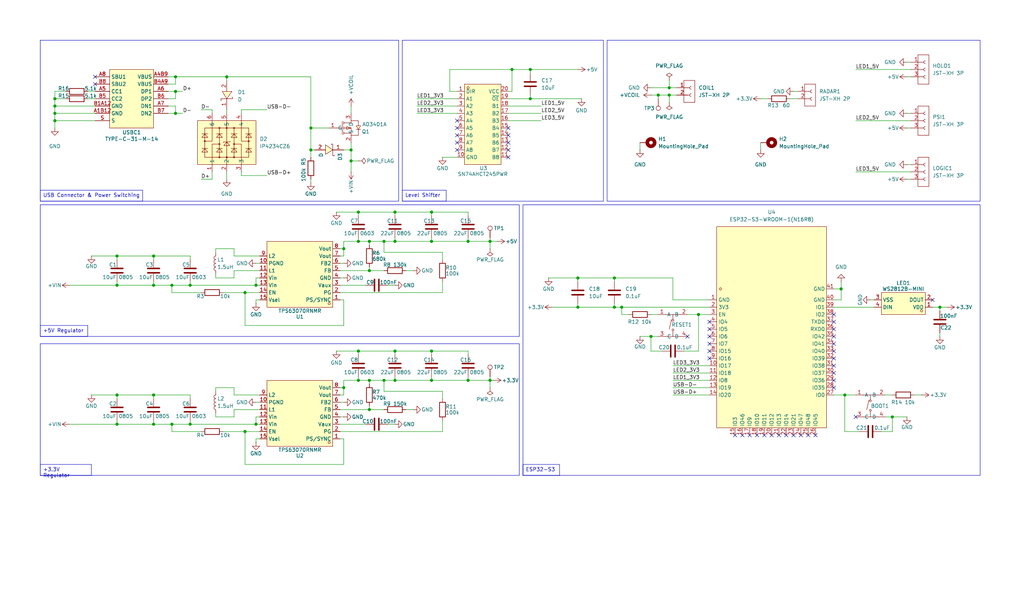
<source format=kicad_sch>
(kicad_sch (version 20231120) (generator "eeschema") (generator_version "8.0")
  (paper "User" 355.6 210.82)
  (title_block (title "BB-8 Head Control Board") (date "2024-08-24") (rev "1.0") (company "jmatt"))
  (lib_symbols
    (symbol "Connector:Conn_01x02_Socket" (pin_names (offset 1.016) hide)
      (property "Reference" "J1" (at 1.27 0.0001 0))
      (property "Value" "Conn_01x02_Socket" (at 1.27 -2.5399 0))
      (symbol "Conn_01x02_Socket_1_1"
        (pin passive line (at -5.08 0 0) (length 3.81) (name "Pin_1") (number "1"))
        (pin passive line (at -5.08 -2.54 0) (length 3.81) (name "Pin_2") (number "2"))
      )
    )
    (symbol "Connector:Conn_01x03_Socket" (pin_names (offset 1.016) hide)
      (property "Reference" "J2" (at 1.27 1.2701 0))
      (property "Value" "Conn_01x03_Socket" (at 1.27 -1.2699 0))
      (symbol "Conn_01x03_Socket_1_1"
        (pin passive line (at -5.08 2.54 0) (length 3.81) (name "Pin_1") (number "1"))
        (pin passive line (at -5.08 0 0) (length 3.81) (name "Pin_2") (number "2"))
        (pin passive line (at -5.08 -2.54 0) (length 3.81) (name "Pin_3") (number "3"))
      )
    )
    (symbol "Connector:TestPoint" (pin_numbers hide) (pin_names (offset 0.762) hide)
      (property "Reference" "TP" (at 0 6.858 0))
      (property "Value" "TestPoint" (at 0 5.08 0))
      (symbol "TestPoint_1_1"
        (pin passive line (at 0 0 90) (length 2.54) (name "1") (number "1"))
      )
    )
    (symbol "Device:C" (pin_numbers hide) (pin_names (offset 0.254))
      (property "Reference" "C" (at 0.635 2.54 0))
      (property "Value" "C" (at 0.635 -2.54 0))
      (symbol "C_1_1"
        (pin passive line (at 0 3.81 270) (length 2.794) (name "~") (number "1"))
        (pin passive line (at 0 -3.81 90) (length 2.794) (name "~") (number "2"))
      )
    )
    (symbol "Device:L" (pin_numbers hide) (pin_names (offset 1.016) hide)
      (property "Reference" "L" (at -1.27 0 90))
      (property "Value" "L" (at 1.905 0 90))
      (symbol "L_1_1"
        (pin passive line (at 0 3.81 270) (length 1.27) (name "1") (number "1"))
        (pin passive line (at 0 -3.81 90) (length 1.27) (name "2") (number "2"))
      )
    )
    (symbol "Device:R" (pin_numbers hide) (pin_names (offset 0))
      (property "Reference" "R" (at 2.032 0 90))
      (property "Value" "R" (at 0 0 90))
      (symbol "R_1_1"
        (pin passive line (at 0 3.81 270) (length 1.27) (name "~") (number "1"))
        (pin passive line (at 0 -3.81 90) (length 1.27) (name "~") (number "2"))
      )
    )
    (symbol "LCSC:AO3401A"
      (property "Reference" "Q" (at 0 10.16 0))
      (property "Value" "AO3401A" (at 0 -10.16 0))
      (symbol "AO3401A_0_1"
        (pin unspecified line (at -5.08 0 0) (length 2.54) (name "G") (number "1"))
        (pin unspecified line (at 2.54 -5.08 90) (length 2.54) (name "S") (number "2"))
        (pin unspecified line (at 2.54 5.08 270) (length 2.54) (name "D") (number "3"))
      )
    )
    (symbol "LCSC:ESP32-S3-WROOM-1(N16R8)"
      (property "Reference" "U" (at 0 20.32 0))
      (property "Value" "ESP32-S3-WROOM-1(N16R8)" (at 0 -40.64 0))
      (symbol "ESP32-S3-WROOM-1(N16R8)_0_1"
        (pin unspecified line (at -21.59 11.43 0) (length 2.54) (name "GND") (number "1"))
        (pin unspecified line (at -21.59 -11.43 0) (length 2.54) (name "IO17") (number "10"))
        (pin unspecified line (at -21.59 -13.97 0) (length 2.54) (name "IO18") (number "11"))
        (pin unspecified line (at -21.59 -16.51 0) (length 2.54) (name "IO8") (number "12"))
        (pin unspecified line (at -21.59 -19.05 0) (length 2.54) (name "IO19") (number "13"))
        (pin unspecified line (at -21.59 -21.59 0) (length 2.54) (name "IO20") (number "14"))
        (pin unspecified line (at -12.7 -35.56 90) (length 2.54) (name "IO3") (number "15"))
        (pin unspecified line (at -10.16 -35.56 90) (length 2.54) (name "IO46") (number "16"))
        (pin unspecified line (at -7.62 -35.56 90) (length 2.54) (name "IO9") (number "17"))
        (pin unspecified line (at -5.08 -35.56 90) (length 2.54) (name "IO10") (number "18"))
        (pin unspecified line (at -2.54 -35.56 90) (length 2.54) (name "IO11") (number "19"))
        (pin unspecified line (at -21.59 8.89 0) (length 2.54) (name "3V3") (number "2"))
        (pin unspecified line (at 0 -35.56 90) (length 2.54) (name "IO12") (number "20"))
        (pin unspecified line (at 2.54 -35.56 90) (length 2.54) (name "IO13") (number "21"))
        (pin unspecified line (at 5.08 -35.56 90) (length 2.54) (name "IO14") (number "22"))
        (pin unspecified line (at 7.62 -35.56 90) (length 2.54) (name "IO21") (number "23"))
        (pin unspecified line (at 10.16 -35.56 90) (length 2.54) (name "IO47") (number "24"))
        (pin unspecified line (at 12.7 -35.56 90) (length 2.54) (name "IO48") (number "25"))
        (pin unspecified line (at 15.24 -35.56 90) (length 2.54) (name "IO45") (number "26"))
        (pin unspecified line (at 21.59 -21.59 180) (length 2.54) (name "IO0") (number "27"))
        (pin unspecified line (at 21.59 -19.05 180) (length 2.54) (name "IO35") (number "28"))
        (pin unspecified line (at 21.59 -16.51 180) (length 2.54) (name "IO36") (number "29"))
        (pin unspecified line (at -21.59 6.35 0) (length 2.54) (name "EN") (number "3"))
        (pin unspecified line (at 21.59 -13.97 180) (length 2.54) (name "IO37") (number "30"))
        (pin unspecified line (at 21.59 -11.43 180) (length 2.54) (name "IO38") (number "31"))
        (pin unspecified line (at 21.59 -8.89 180) (length 2.54) (name "IO39") (number "32"))
        (pin unspecified line (at 21.59 -6.35 180) (length 2.54) (name "IO40") (number "33"))
        (pin unspecified line (at 21.59 -3.81 180) (length 2.54) (name "IO41") (number "34"))
        (pin unspecified line (at 21.59 -1.27 180) (length 2.54) (name "IO42") (number "35"))
        (pin unspecified line (at 21.59 1.27 180) (length 2.54) (name "RXD0") (number "36"))
        (pin unspecified line (at 21.59 3.81 180) (length 2.54) (name "TXD0") (number "37"))
        (pin unspecified line (at 21.59 6.35 180) (length 2.54) (name "IO2") (number "38"))
        (pin unspecified line (at 21.59 8.89 180) (length 2.54) (name "IO1") (number "39"))
        (pin unspecified line (at -21.59 3.81 0) (length 2.54) (name "IO4") (number "4"))
        (pin unspecified line (at 21.59 11.43 180) (length 2.54) (name "GND") (number "40"))
        (pin unspecified line (at 21.59 15.24 180) (length 2.54) (name "GND") (number "41"))
        (pin unspecified line (at -21.59 1.27 0) (length 2.54) (name "IO5") (number "5"))
        (pin unspecified line (at -21.59 -1.27 0) (length 2.54) (name "IO6") (number "6"))
        (pin unspecified line (at -21.59 -3.81 0) (length 2.54) (name "IO7") (number "7"))
        (pin unspecified line (at -21.59 -6.35 0) (length 2.54) (name "IO15") (number "8"))
        (pin unspecified line (at -21.59 -8.89 0) (length 2.54) (name "IO16") (number "9"))
      )
    )
    (symbol "LCSC:IP4234CZ6,125"
      (property "Reference" "D" (at 0 10.16 0))
      (property "Value" "IP4234CZ6,125" (at 0 -10.16 0))
      (symbol "IP4234CZ6,125_0_1"
        (pin unspecified line (at -15.24 5.08 0) (length 2.54) (name "1") (number "1"))
        (pin unspecified line (at -15.24 0 0) (length 2.54) (name "2") (number "2"))
        (pin unspecified line (at -15.24 -5.08 0) (length 2.54) (name "3") (number "3"))
        (pin unspecified line (at 5.08 -5.08 180) (length 2.54) (name "4") (number "4"))
        (pin unspecified line (at 5.08 0 180) (length 2.54) (name "5") (number "5"))
        (pin unspecified line (at 5.08 5.08 180) (length 2.54) (name "6") (number "6"))
      )
    )
    (symbol "LCSC:SN74AHCT245PWR"
      (property "Reference" "U" (at 0 16.51 0))
      (property "Value" "SN74AHCT245PWR" (at 0 -16.51 0))
      (symbol "SN74AHCT245PWR_0_1"
        (pin unspecified line (at -8.89 11.43 0) (length 2.54) (name "DIR") (number "1"))
        (pin unspecified line (at -8.89 -11.43 0) (length 2.54) (name "GND") (number "10"))
        (pin unspecified line (at 8.89 -11.43 180) (length 2.54) (name "B8") (number "11"))
        (pin unspecified line (at 8.89 -8.89 180) (length 2.54) (name "B7") (number "12"))
        (pin unspecified line (at 8.89 -6.35 180) (length 2.54) (name "B6") (number "13"))
        (pin unspecified line (at 8.89 -3.81 180) (length 2.54) (name "B5") (number "14"))
        (pin unspecified line (at 8.89 -1.27 180) (length 2.54) (name "B4") (number "15"))
        (pin unspecified line (at 8.89 1.27 180) (length 2.54) (name "B3") (number "16"))
        (pin unspecified line (at 8.89 3.81 180) (length 2.54) (name "B2") (number "17"))
        (pin unspecified line (at 8.89 6.35 180) (length 2.54) (name "B1") (number "18"))
        (pin unspecified line (at 8.89 8.89 180) (length 2.54) (name "~{OE}") (number "19"))
        (pin unspecified line (at -8.89 8.89 0) (length 2.54) (name "A1") (number "2"))
        (pin unspecified line (at 8.89 11.43 180) (length 2.54) (name "VCC") (number "20"))
        (pin unspecified line (at -8.89 6.35 0) (length 2.54) (name "A2") (number "3"))
        (pin unspecified line (at -8.89 3.81 0) (length 2.54) (name "A3") (number "4"))
        (pin unspecified line (at -8.89 1.27 0) (length 2.54) (name "A4") (number "5"))
        (pin unspecified line (at -8.89 -1.27 0) (length 2.54) (name "A5") (number "6"))
        (pin unspecified line (at -8.89 -3.81 0) (length 2.54) (name "A6") (number "7"))
        (pin unspecified line (at -8.89 -6.35 0) (length 2.54) (name "A7") (number "8"))
        (pin unspecified line (at -8.89 -8.89 0) (length 2.54) (name "A8") (number "9"))
      )
    )
    (symbol "LCSC:SS34_C8678"
      (property "Reference" "D" (at 0 5.08 0))
      (property "Value" "SS34_C8678" (at 0 -5.08 0))
      (symbol "SS34_C8678_1_1"
        (pin unspecified line (at -5.08 0 0) (length 3.81) (name "") (number "1"))
        (pin unspecified line (at 5.08 0 180) (length 3.81) (name "") (number "2"))
      )
    )
    (symbol "LCSC:TPS63070RNMR"
      (property "Reference" "U" (at 0 13.97 0))
      (property "Value" "TPS63070RNMR" (at 0 -13.97 0))
      (symbol "TPS63070RNMR_0_1"
        (pin unspecified line (at -13.97 8.89 0) (length 2.54) (name "PS/SYNC") (number "1"))
        (pin unspecified line (at 13.97 -3.81 180) (length 2.54) (name "PGND") (number "10"))
        (pin unspecified line (at 13.97 -1.27 180) (length 2.54) (name "L1") (number "11"))
        (pin unspecified line (at 13.97 1.27 180) (length 2.54) (name "Vin") (number "12"))
        (pin unspecified line (at 13.97 3.81 180) (length 2.54) (name "Vin") (number "13"))
        (pin unspecified line (at 13.97 6.35 180) (length 2.54) (name "EN") (number "14"))
        (pin unspecified line (at 13.97 8.89 180) (length 2.54) (name "Vsel") (number "15"))
        (pin unspecified line (at -13.97 6.35 0) (length 2.54) (name "PG") (number "2"))
        (pin unspecified line (at -13.97 3.81 0) (length 2.54) (name "Vaux") (number "3"))
        (pin unspecified line (at -13.97 1.27 0) (length 2.54) (name "GND") (number "4"))
        (pin unspecified line (at -13.97 -1.27 0) (length 2.54) (name "FB") (number "5"))
        (pin unspecified line (at -13.97 -3.81 0) (length 2.54) (name "FB2") (number "6"))
        (pin unspecified line (at -13.97 -6.35 0) (length 2.54) (name "Vout") (number "7"))
        (pin unspecified line (at -13.97 -8.89 0) (length 2.54) (name "Vout") (number "8"))
        (pin unspecified line (at 13.97 -6.35 180) (length 2.54) (name "L2") (number "9"))
      )
    )
    (symbol "LCSC:TS-1187A-B-A-B"
      (property "Reference" "SW" (at 0 7.62 0))
      (property "Value" "TS-1187A-B-A-B" (at 0 -10.16 0))
      (symbol "TS-1187A-B-A-B_0_1"
        (pin unspecified line (at -5.08 2.54 0) (length 2.54) (name "A") (number "1"))
        (pin unspecified line (at 5.08 2.54 180) (length 2.54) (name "B") (number "2"))
        (pin unspecified line (at -5.08 -5.08 0) (length 2.54) (name "C") (number "3"))
        (pin unspecified line (at 5.08 -5.08 180) (length 2.54) (name "D") (number "4"))
      )
    )
    (symbol "LCSC:TYPE-C-31-M-14"
      (property "Reference" "USBC" (at 0 -8.128 0))
      (property "Value" "TYPE-C-31-M-14" (at 0 -10.414 0))
      (symbol "TYPE-C-31-M-14_0_1"
        (pin unspecified line (at -12.7 11.43 0) (length 5.08) (name "SBU1") (number "A8"))
        (pin unspecified line (at -12.7 8.89 0) (length 5.08) (name "SBU2") (number "B8"))
      )
      (symbol "TYPE-C-31-M-14_1_1"
        (pin unspecified line (at -12.7 -1.27 0) (length 5.08) (name "GND") (number "A1B12"))
        (pin unspecified line (at 12.7 11.43 180) (length 5.08) (name "VBUS") (number "A4B9"))
        (pin unspecified line (at -12.7 6.35 0) (length 5.08) (name "CC1") (number "A5"))
        (pin unspecified line (at 12.7 6.35 180) (length 5.08) (name "DP1") (number "A6"))
        (pin unspecified line (at 12.7 1.27 180) (length 5.08) (name "DN1") (number "A7"))
        (pin unspecified line (at -12.7 1.27 0) (length 5.08) (name "GND") (number "B1A12"))
        (pin unspecified line (at 12.7 8.89 180) (length 5.08) (name "VBUS") (number "B4A9"))
        (pin unspecified line (at -12.7 3.81 0) (length 5.08) (name "CC2") (number "B5"))
        (pin unspecified line (at 12.7 3.81 180) (length 5.08) (name "DP2") (number "B6"))
        (pin unspecified line (at 12.7 -1.27 180) (length 5.08) (name "DN2") (number "B7"))
        (pin unspecified line (at -12.7 -3.81 0) (length 5.08) (name "S") (number "S"))
      )
    )
    (symbol "LCSC:WS2812B-MINI"
      (property "Reference" "LED" (at 0 6.35 0))
      (property "Value" "WS2812B-MINI" (at 0 -6.35 0))
      (symbol "WS2812B-MINI_0_1"
        (pin unspecified line (at -10.16 1.27 0) (length 2.54) (name "VDD") (number "1"))
        (pin unspecified line (at -10.16 -1.27 0) (length 2.54) (name "DOUT") (number "2"))
        (pin unspecified line (at 10.16 -1.27 180) (length 2.54) (name "VSS") (number "3"))
        (pin unspecified line (at 10.16 1.27 180) (length 2.54) (name "DIN") (number "4"))
      )
    )
    (symbol "Mechanical:MountingHole_Pad" (pin_numbers hide) (pin_names (offset 1.016) hide) (exclude_from_sim yes) (in_bom no)
      (property "Reference" "H" (at 0 6.35 0))
      (property "Value" "MountingHole_Pad" (at 0 4.445 0))
      (symbol "MountingHole_Pad_1_1"
        (pin input line (at 0 -2.54 90) (length 2.54) (name "1") (number "1"))
      )
    )
    (symbol "power:+5V" (power) (pin_numbers hide) (pin_names (offset 0) hide)
      (property "Value" "+5V" (at 0 3.556 0))
      (symbol "+5V_1_1"
        (pin power_in line (at 0 0 90) (length 0) (name "~") (number "1"))
      )
    )
    (symbol "power:+BATT" (power) (pin_numbers hide) (pin_names (offset 0) hide)
      (property "Value" "+BATT" (at 0 3.556 0))
      (symbol "+BATT_1_1"
        (pin power_in line (at 0 0 90) (length 0) (name "~") (number "1"))
      )
    )
    (symbol "power:GND" (power) (pin_numbers hide) (pin_names (offset 0) hide)
      (property "Value" "GND" (at 0 -3.81 0))
      (symbol "GND_1_1"
        (pin power_in line (at 0 0 270) (length 0) (name "~") (number "1"))
      )
    )
    (symbol "power:PWR_FLAG" (power) (pin_numbers hide) (pin_names (offset 0) hide)
      (property "Value" "PWR_FLAG" (at 0 3.81 0))
      (symbol "PWR_FLAG_0_0"
        (pin power_out line (at 0 0 90) (length 0) (name "~") (number "1"))
      )
    )
  )
  (junction (at 137.16 121.92))
  (junction (at 60.96 31.75))
  (junction (at 59.69 99.06))
  (junction (at 170.18 132.08))
  (junction (at 128.27 142.24))
  (junction (at 228.6 33.02))
  (junction (at 60.96 39.37))
  (junction (at 53.34 99.06))
  (junction (at 184.15 34.29))
  (junction (at 242.57 109.22))
  (junction (at 107.95 44.45))
  (junction (at 215.9 106.68))
  (junction (at 85.09 149.86))
  (junction (at 200.66 106.68))
  (junction (at 66.04 147.32))
  (junction (at 213.36 96.52))
  (junction (at 162.56 83.82))
  (junction (at 53.34 137.16))
  (junction (at 59.69 147.32))
  (junction (at 149.86 132.08))
  (junction (at 119.38 134.62))
  (junction (at 88.9 99.06))
  (junction (at 128.27 132.08))
  (junction (at 121.92 55.88))
  (junction (at 121.92 52.07))
  (junction (at 88.9 147.32))
  (junction (at 226.06 116.84))
  (junction (at 232.41 30.48))
  (junction (at 293.37 137.16))
  (junction (at 107.95 52.07))
  (junction (at 149.86 83.82))
  (junction (at 124.46 132.08))
  (junction (at 213.36 106.68))
  (junction (at 124.46 121.92))
  (junction (at 137.16 73.66))
  (junction (at 133.35 132.08))
  (junction (at 128.27 83.82))
  (junction (at 124.46 83.82))
  (junction (at 309.88 144.78))
  (junction (at 292.1 100.33))
  (junction (at 78.74 26.67))
  (junction (at 177.8 24.13))
  (junction (at 137.16 132.08))
  (junction (at 66.04 99.06))
  (junction (at 149.86 73.66))
  (junction (at 200.66 96.52))
  (junction (at 326.39 106.68))
  (junction (at 60.96 26.67))
  (junction (at 40.64 99.06))
  (junction (at 162.56 132.08))
  (junction (at 85.09 101.6))
  (junction (at 40.64 137.16))
  (junction (at 133.35 83.82))
  (junction (at 19.05 41.91))
  (junction (at 170.18 83.82))
  (junction (at 119.38 86.36))
  (junction (at 124.46 73.66))
  (junction (at 232.41 33.02))
  (junction (at 40.64 88.9))
  (junction (at 19.05 34.29))
  (junction (at 53.34 147.32))
  (junction (at 19.05 36.83))
  (junction (at 149.86 121.92))
  (junction (at 137.16 83.82))
  (junction (at 53.34 88.9))
  (junction (at 19.05 39.37))
  (junction (at 184.15 24.13))
  (junction (at 128.27 93.98))
  (junction (at 40.64 147.32))
  (no_connect (at 246.38 114.3))
  (no_connect (at 289.56 114.3))
  (no_connect (at 280.67 151.13))
  (no_connect (at 176.53 54.61))
  (no_connect (at 289.56 121.92))
  (no_connect (at 297.18 144.78))
  (no_connect (at 158.75 44.45))
  (no_connect (at 238.76 116.84))
  (no_connect (at 255.27 151.13))
  (no_connect (at 265.43 151.13))
  (no_connect (at 158.75 41.91))
  (no_connect (at 158.75 49.53))
  (no_connect (at 246.38 111.76))
  (no_connect (at 273.05 151.13))
  (no_connect (at 289.56 127))
  (no_connect (at 289.56 124.46))
  (no_connect (at 289.56 132.08))
  (no_connect (at 289.56 129.54))
  (no_connect (at 278.13 151.13))
  (no_connect (at 33.02 26.67))
  (no_connect (at 267.97 151.13))
  (no_connect (at 323.85 104.14))
  (no_connect (at 270.51 151.13))
  (no_connect (at 158.75 52.07))
  (no_connect (at 289.56 111.76))
  (no_connect (at 246.38 121.92))
  (no_connect (at 176.53 46.99))
  (no_connect (at 262.89 151.13))
  (no_connect (at 158.75 46.99))
  (no_connect (at 283.21 151.13))
  (no_connect (at 275.59 151.13))
  (no_connect (at 246.38 124.46))
  (no_connect (at 289.56 109.22))
  (no_connect (at 289.56 134.62))
  (no_connect (at 246.38 119.38))
  (no_connect (at 257.81 151.13))
  (no_connect (at 246.38 116.84))
  (no_connect (at 176.53 52.07))
  (no_connect (at 176.53 49.53))
  (no_connect (at 289.56 116.84))
  (no_connect (at 176.53 44.45))
  (no_connect (at 260.35 151.13))
  (no_connect (at 33.02 29.21))
  (no_connect (at 289.56 119.38))
  (wire (pts (xy 184.15 33.02) (xy 184.15 34.29)))
  (wire (pts (xy 81.28 142.24) (xy 90.17 142.24)))
  (wire (pts (xy 170.18 83.82) (xy 172.72 83.82)))
  (wire (pts (xy 81.28 86.36) (xy 81.28 88.9)))
  (wire (pts (xy 40.64 97.79) (xy 40.64 99.06)))
  (wire (pts (xy 53.34 97.79) (xy 53.34 99.06)))
  (wire (pts (xy 90.17 96.52) (xy 88.9 96.52)))
  (wire (pts (xy 90.17 91.44) (xy 88.9 91.44)))
  (wire (pts (xy 59.69 99.06) (xy 66.04 99.06)))
  (wire (pts (xy 128.27 93.98) (xy 128.27 92.71)))
  (wire (pts (xy 78.74 26.67) (xy 107.95 26.67)))
  (wire (pts (xy 81.28 88.9) (xy 90.17 88.9)))
  (wire (pts (xy 119.38 83.82) (xy 119.38 86.36)))
  (wire (pts (xy 66.04 97.79) (xy 66.04 99.06)))
  (wire (pts (xy 309.88 149.86) (xy 306.07 149.86)))
  (wire (pts (xy 118.11 86.36) (xy 119.38 86.36)))
  (wire (pts (xy 176.53 31.75) (xy 177.8 31.75)))
  (wire (pts (xy 60.96 31.75) (xy 63.5 31.75)))
  (wire (pts (xy 184.15 34.29) (xy 201.93 34.29)))
  (wire (pts (xy 124.46 82.55) (xy 124.46 83.82)))
  (wire (pts (xy 184.15 24.13) (xy 184.15 25.4)))
  (wire (pts (xy 19.05 41.91) (xy 19.05 44.45)))
  (wire (pts (xy 121.92 52.07) (xy 119.38 52.07)))
  (wire (pts (xy 124.46 121.92) (xy 124.46 123.19)))
  (wire (pts (xy 74.93 86.36) (xy 81.28 86.36)))
  (wire (pts (xy 58.42 36.83) (xy 60.96 36.83)))
  (wire (pts (xy 222.25 49.53) (xy 222.25 52.07)))
  (wire (pts (xy 33.02 41.91) (xy 19.05 41.91)))
  (wire (pts (xy 40.64 137.16) (xy 40.64 138.43)))
  (wire (pts (xy 33.02 36.83) (xy 19.05 36.83)))
  (wire (pts (xy 119.38 88.9) (xy 119.38 86.36)))
  (wire (pts (xy 137.16 83.82) (xy 149.86 83.82)))
  (wire (pts (xy 162.56 74.93) (xy 162.56 73.66)))
  (wire (pts (xy 200.66 105.41) (xy 200.66 106.68)))
  (wire (pts (xy 215.9 109.22) (xy 215.9 106.68)))
  (wire (pts (xy 153.67 146.05) (xy 153.67 149.86)))
  (wire (pts (xy 119.38 113.03) (xy 85.09 113.03)))
  (wire (pts (xy 33.02 39.37) (xy 19.05 39.37)))
  (wire (pts (xy 78.74 26.67) (xy 78.74 27.94)))
  (wire (pts (xy 177.8 31.75) (xy 177.8 24.13)))
  (wire (pts (xy 88.9 144.78) (xy 88.9 147.32)))
  (wire (pts (xy 81.28 96.52) (xy 81.28 93.98)))
  (wire (pts (xy 264.16 49.53) (xy 264.16 52.07)))
  (wire (pts (xy 226.06 109.22) (xy 228.6 109.22)))
  (wire (pts (xy 40.64 147.32) (xy 53.34 147.32)))
  (wire (pts (xy 140.97 142.24) (xy 143.51 142.24)))
  (wire (pts (xy 162.56 123.19) (xy 162.56 121.92)))
  (wire (pts (xy 274.32 34.29) (xy 276.86 34.29)))
  (wire (pts (xy 242.57 109.22) (xy 246.38 109.22)))
  (wire (pts (xy 121.92 52.07) (xy 121.92 55.88)))
  (wire (pts (xy 116.84 73.66) (xy 124.46 73.66)))
  (wire (pts (xy 81.28 93.98) (xy 90.17 93.98)))
  (wire (pts (xy 289.56 137.16) (xy 293.37 137.16)))
  (wire (pts (xy 293.37 149.86) (xy 298.45 149.86)))
  (wire (pts (xy 107.95 44.45) (xy 114.3 44.45)))
  (wire (pts (xy 289.56 100.33) (xy 292.1 100.33)))
  (wire (pts (xy 119.38 132.08) (xy 124.46 132.08)))
  (wire (pts (xy 289.56 106.68) (xy 303.53 106.68)))
  (wire (pts (xy 137.16 82.55) (xy 137.16 83.82)))
  (wire (pts (xy 24.13 147.32) (xy 40.64 147.32)))
  (wire (pts (xy 24.13 99.06) (xy 40.64 99.06)))
  (wire (pts (xy 78.74 38.1) (xy 78.74 39.37)))
  (wire (pts (xy 124.46 83.82) (xy 128.27 83.82)))
  (wire (pts (xy 85.09 149.86) (xy 90.17 149.86)))
  (wire (pts (xy 200.66 96.52) (xy 200.66 97.79)))
  (wire (pts (xy 119.38 132.08) (xy 119.38 134.62)))
  (wire (pts (xy 83.82 59.69) (xy 83.82 60.96)))
  (wire (pts (xy 66.04 147.32) (xy 88.9 147.32)))
  (wire (pts (xy 153.67 135.89) (xy 153.67 138.43)))
  (wire (pts (xy 133.35 132.08) (xy 133.35 135.89)))
  (wire (pts (xy 119.38 96.52) (xy 118.11 96.52)))
  (wire (pts (xy 149.86 83.82) (xy 162.56 83.82)))
  (wire (pts (xy 119.38 137.16) (xy 119.38 134.62)))
  (wire (pts (xy 19.05 39.37) (xy 19.05 41.91)))
  (wire (pts (xy 121.92 36.83) (xy 121.92 39.37)))
  (wire (pts (xy 226.06 30.48) (xy 232.41 30.48)))
  (wire (pts (xy 85.09 161.29) (xy 85.09 149.86)))
  (wire (pts (xy 73.66 38.1) (xy 73.66 39.37)))
  (wire (pts (xy 238.76 109.22) (xy 242.57 109.22)))
  (wire (pts (xy 128.27 85.09) (xy 128.27 83.82)))
  (wire (pts (xy 22.86 34.29) (xy 19.05 34.29)))
  (wire (pts (xy 119.38 161.29) (xy 119.38 152.4)))
  (wire (pts (xy 326.39 106.68) (xy 328.93 106.68)))
  (wire (pts (xy 302.26 104.14) (xy 303.53 104.14)))
  (wire (pts (xy 326.39 115.57) (xy 326.39 116.84)))
  (wire (pts (xy 119.38 152.4) (xy 118.11 152.4)))
  (wire (pts (xy 60.96 36.83) (xy 60.96 39.37)))
  (wire (pts (xy 128.27 83.82) (xy 133.35 83.82)))
  (wire (pts (xy 85.09 113.03) (xy 85.09 101.6)))
  (wire (pts (xy 121.92 49.53) (xy 121.92 52.07)))
  (wire (pts (xy 59.69 147.32) (xy 66.04 147.32)))
  (wire (pts (xy 66.04 146.05) (xy 66.04 147.32)))
  (wire (pts (xy 133.35 83.82) (xy 133.35 87.63)))
  (wire (pts (xy 317.5 137.16) (xy 320.04 137.16)))
  (wire (pts (xy 81.28 144.78) (xy 81.28 142.24)))
  (wire (pts (xy 19.05 34.29) (xy 19.05 36.83)))
  (wire (pts (xy 124.46 73.66) (xy 124.46 74.93)))
  (wire (pts (xy 53.34 137.16) (xy 53.34 138.43)))
  (wire (pts (xy 137.16 121.92) (xy 137.16 123.19)))
  (wire (pts (xy 149.86 132.08) (xy 162.56 132.08)))
  (wire (pts (xy 144.78 36.83) (xy 158.75 36.83)))
  (wire (pts (xy 149.86 73.66) (xy 149.86 74.93)))
  (wire (pts (xy 128.27 132.08) (xy 133.35 132.08)))
  (wire (pts (xy 162.56 73.66) (xy 149.86 73.66)))
  (wire (pts (xy 213.36 97.79) (xy 213.36 96.52)))
  (wire (pts (xy 134.62 99.06) (xy 137.16 99.06)))
  (wire (pts (xy 118.11 149.86) (xy 153.67 149.86)))
  (wire (pts (xy 31.75 88.9) (xy 40.64 88.9)))
  (wire (pts (xy 118.11 137.16) (xy 119.38 137.16)))
  (wire (pts (xy 78.74 59.69) (xy 78.74 62.23)))
  (wire (pts (xy 307.34 137.16) (xy 309.88 137.16)))
  (wire (pts (xy 293.37 137.16) (xy 297.18 137.16)))
  (wire (pts (xy 53.34 88.9) (xy 53.34 90.17)))
  (wire (pts (xy 58.42 29.21) (xy 60.96 29.21)))
  (wire (pts (xy 309.88 144.78) (xy 309.88 149.86)))
  (wire (pts (xy 190.5 96.52) (xy 200.66 96.52)))
  (wire (pts (xy 59.69 99.06) (xy 59.69 101.6)))
  (wire (pts (xy 246.38 104.14) (xy 233.68 104.14)))
  (wire (pts (xy 149.86 121.92) (xy 137.16 121.92)))
  (wire (pts (xy 109.22 52.07) (xy 107.95 52.07)))
  (wire (pts (xy 74.93 144.78) (xy 81.28 144.78)))
  (wire (pts (xy 314.96 57.15) (xy 316.23 57.15)))
  (wire (pts (xy 233.68 134.62) (xy 246.38 134.62)))
  (wire (pts (xy 118.11 93.98) (xy 128.27 93.98)))
  (wire (pts (xy 213.36 106.68) (xy 215.9 106.68)))
  (wire (pts (xy 90.17 104.14) (xy 88.9 104.14)))
  (wire (pts (xy 162.56 83.82) (xy 170.18 83.82)))
  (wire (pts (xy 119.38 161.29) (xy 85.09 161.29)))
  (wire (pts (xy 232.41 33.02) (xy 234.95 33.02)))
  (wire (pts (xy 121.92 55.88) (xy 121.92 59.69)))
  (wire (pts (xy 133.35 132.08) (xy 137.16 132.08)))
  (wire (pts (xy 176.53 39.37) (xy 187.96 39.37)))
  (wire (pts (xy 19.05 36.83) (xy 19.05 39.37)))
  (wire (pts (xy 53.34 147.32) (xy 59.69 147.32)))
  (wire (pts (xy 74.93 143.51) (xy 74.93 144.78)))
  (wire (pts (xy 60.96 29.21) (xy 60.96 26.67)))
  (wire (pts (xy 137.16 130.81) (xy 137.16 132.08)))
  (wire (pts (xy 121.92 55.88) (xy 124.46 55.88)))
  (wire (pts (xy 232.41 30.48) (xy 234.95 30.48)))
  (wire (pts (xy 124.46 73.66) (xy 137.16 73.66)))
  (wire (pts (xy 242.57 121.92) (xy 242.57 109.22)))
  (wire (pts (xy 233.68 137.16) (xy 246.38 137.16)))
  (wire (pts (xy 118.11 101.6) (xy 153.67 101.6)))
  (wire (pts (xy 213.36 105.41) (xy 213.36 106.68)))
  (wire (pts (xy 137.16 73.66) (xy 137.16 74.93)))
  (wire (pts (xy 153.67 97.79) (xy 153.67 101.6)))
  (wire (pts (xy 128.27 142.24) (xy 128.27 140.97)))
  (wire (pts (xy 293.37 137.16) (xy 293.37 149.86)))
  (wire (pts (xy 144.78 34.29) (xy 158.75 34.29)))
  (wire (pts (xy 60.96 34.29) (xy 60.96 31.75)))
  (wire (pts (xy 118.11 134.62) (xy 119.38 134.62)))
  (wire (pts (xy 124.46 132.08) (xy 128.27 132.08)))
  (wire (pts (xy 222.25 116.84) (xy 226.06 116.84)))
  (wire (pts (xy 149.86 82.55) (xy 149.86 83.82)))
  (wire (pts (xy 233.68 132.08) (xy 246.38 132.08)))
  (wire (pts (xy 53.34 146.05) (xy 53.34 147.32)))
  (wire (pts (xy 124.46 130.81) (xy 124.46 132.08)))
  (wire (pts (xy 74.93 87.63) (xy 74.93 86.36)))
  (wire (pts (xy 58.42 39.37) (xy 60.96 39.37)))
  (wire (pts (xy 140.97 93.98) (xy 143.51 93.98)))
  (wire (pts (xy 215.9 106.68) (xy 246.38 106.68)))
  (wire (pts (xy 134.62 147.32) (xy 137.16 147.32)))
  (wire (pts (xy 40.64 146.05) (xy 40.64 147.32)))
  (wire (pts (xy 59.69 149.86) (xy 69.85 149.86)))
  (wire (pts (xy 137.16 132.08) (xy 149.86 132.08)))
  (wire (pts (xy 170.18 132.08) (xy 170.18 134.62)))
  (wire (pts (xy 176.53 41.91) (xy 187.96 41.91)))
  (wire (pts (xy 90.17 144.78) (xy 88.9 144.78)))
  (wire (pts (xy 162.56 132.08) (xy 170.18 132.08)))
  (wire (pts (xy 83.82 38.1) (xy 92.71 38.1)))
  (wire (pts (xy 153.67 87.63) (xy 153.67 90.17)))
  (wire (pts (xy 170.18 132.08) (xy 171.45 132.08)))
  (wire (pts (xy 228.6 33.02) (xy 232.41 33.02)))
  (wire (pts (xy 60.96 39.37) (xy 63.5 39.37)))
  (wire (pts (xy 66.04 99.06) (xy 88.9 99.06)))
  (wire (pts (xy 292.1 104.14) (xy 292.1 100.33)))
  (wire (pts (xy 133.35 83.82) (xy 137.16 83.82)))
  (wire (pts (xy 118.11 88.9) (xy 119.38 88.9)))
  (wire (pts (xy 81.28 137.16) (xy 90.17 137.16)))
  (wire (pts (xy 40.64 88.9) (xy 53.34 88.9)))
  (wire (pts (xy 107.95 62.23) (xy 107.95 63.5)))
  (wire (pts (xy 73.66 62.23) (xy 69.85 62.23)))
  (wire (pts (xy 88.9 96.52) (xy 88.9 99.06)))
  (wire (pts (xy 226.06 116.84) (xy 228.6 116.84)))
  (wire (pts (xy 119.38 83.82) (xy 124.46 83.82)))
  (wire (pts (xy 66.04 138.43) (xy 66.04 137.16)))
  (wire (pts (xy 88.9 152.4) (xy 88.9 153.67)))
  (wire (pts (xy 275.59 31.75) (xy 276.86 31.75)))
  (wire (pts (xy 59.69 147.32) (xy 59.69 149.86)))
  (wire (pts (xy 59.69 101.6) (xy 69.85 101.6)))
  (wire (pts (xy 83.82 39.37) (xy 83.82 38.1)))
  (wire (pts (xy 118.11 99.06) (xy 127 99.06)))
  (wire (pts (xy 77.47 149.86) (xy 85.09 149.86)))
  (wire (pts (xy 58.42 34.29) (xy 60.96 34.29)))
  (wire (pts (xy 133.35 135.89) (xy 153.67 135.89)))
  (wire (pts (xy 81.28 134.62) (xy 81.28 137.16)))
  (wire (pts (xy 170.18 130.81) (xy 170.18 132.08)))
  (wire (pts (xy 73.66 59.69) (xy 73.66 62.23)))
  (wire (pts (xy 40.64 99.06) (xy 53.34 99.06)))
  (wire (pts (xy 156.21 24.13) (xy 177.8 24.13)))
  (wire (pts (xy 156.21 31.75) (xy 158.75 31.75)))
  (wire (pts (xy 30.48 34.29) (xy 33.02 34.29)))
  (wire (pts (xy 53.34 88.9) (xy 66.04 88.9)))
  (wire (pts (xy 170.18 82.55) (xy 170.18 83.82)))
  (wire (pts (xy 90.17 139.7) (xy 88.9 139.7)))
  (wire (pts (xy 177.8 24.13) (xy 184.15 24.13)))
  (wire (pts (xy 119.38 104.14) (xy 118.11 104.14)))
  (wire (pts (xy 226.06 116.84) (xy 226.06 121.92)))
  (wire (pts (xy 323.85 106.68) (xy 326.39 106.68)))
  (wire (pts (xy 107.95 52.07) (xy 107.95 44.45)))
  (wire (pts (xy 137.16 73.66) (xy 149.86 73.66)))
  (wire (pts (xy 118.11 91.44) (xy 119.38 91.44)))
  (wire (pts (xy 60.96 26.67) (xy 78.74 26.67)))
  (wire (pts (xy 226.06 121.92) (xy 229.87 121.92)))
  (wire (pts (xy 297.18 24.13) (xy 316.23 24.13)))
  (wire (pts (xy 40.64 88.9) (xy 40.64 90.17)))
  (wire (pts (xy 200.66 24.13) (xy 184.15 24.13)))
  (wire (pts (xy 74.93 95.25) (xy 74.93 96.52)))
  (wire (pts (xy 314.96 26.67) (xy 316.23 26.67)))
  (wire (pts (xy 53.34 137.16) (xy 66.04 137.16)))
  (wire (pts (xy 118.11 147.32) (xy 127 147.32)))
  (wire (pts (xy 19.05 31.75) (xy 19.05 34.29)))
  (wire (pts (xy 233.68 104.14) (xy 233.68 96.52)))
  (wire (pts (xy 74.93 134.62) (xy 81.28 134.62)))
  (wire (pts (xy 66.04 90.17) (xy 66.04 88.9)))
  (wire (pts (xy 264.16 34.29) (xy 266.7 34.29)))
  (wire (pts (xy 153.67 54.61) (xy 158.75 54.61)))
  (wire (pts (xy 292.1 100.33) (xy 292.1 97.79)))
  (wire (pts (xy 31.75 137.16) (xy 40.64 137.16)))
  (wire (pts (xy 53.34 99.06) (xy 59.69 99.06)))
  (wire (pts (xy 144.78 39.37) (xy 158.75 39.37)))
  (wire (pts (xy 156.21 31.75) (xy 156.21 24.13)))
  (wire (pts (xy 191.77 106.68) (xy 200.66 106.68)))
  (wire (pts (xy 74.93 96.52) (xy 81.28 96.52)))
  (wire (pts (xy 119.38 144.78) (xy 118.11 144.78)))
  (wire (pts (xy 309.88 144.78) (xy 314.96 144.78)))
  (wire (pts (xy 118.11 142.24) (xy 128.27 142.24)))
  (wire (pts (xy 162.56 121.92) (xy 149.86 121.92)))
  (wire (pts (xy 40.64 137.16) (xy 53.34 137.16)))
  (wire (pts (xy 107.95 52.07) (xy 107.95 54.61)))
  (wire (pts (xy 232.41 33.02) (xy 232.41 35.56)))
  (wire (pts (xy 176.53 34.29) (xy 184.15 34.29)))
  (wire (pts (xy 74.93 135.89) (xy 74.93 134.62)))
  (wire (pts (xy 237.49 121.92) (xy 242.57 121.92)))
  (wire (pts (xy 149.86 130.81) (xy 149.86 132.08)))
  (wire (pts (xy 88.9 99.06) (xy 90.17 99.06)))
  (wire (pts (xy 90.17 152.4) (xy 88.9 152.4)))
  (wire (pts (xy 116.84 121.92) (xy 124.46 121.92)))
  (wire (pts (xy 233.68 127) (xy 246.38 127)))
  (wire (pts (xy 85.09 101.6) (xy 90.17 101.6)))
  (wire (pts (xy 137.16 121.92) (xy 124.46 121.92)))
  (wire (pts (xy 83.82 60.96) (xy 92.71 60.96)))
  (wire (pts (xy 326.39 106.68) (xy 326.39 107.95)))
  (wire (pts (xy 213.36 96.52) (xy 233.68 96.52)))
  (wire (pts (xy 200.66 106.68) (xy 213.36 106.68)))
  (wire (pts (xy 218.44 109.22) (xy 215.9 109.22)))
  (wire (pts (xy 297.18 41.91) (xy 316.23 41.91)))
  (wire (pts (xy 77.47 101.6) (xy 85.09 101.6)))
  (wire (pts (xy 213.36 96.52) (xy 200.66 96.52)))
  (wire (pts (xy 289.56 104.14) (xy 292.1 104.14)))
  (wire (pts (xy 226.06 33.02) (xy 228.6 33.02)))
  (wire (pts (xy 314.96 44.45) (xy 316.23 44.45)))
  (wire (pts (xy 128.27 133.35) (xy 128.27 132.08)))
  (wire (pts (xy 58.42 26.67) (xy 60.96 26.67)))
  (wire (pts (xy 170.18 83.82) (xy 170.18 86.36)))
  (wire (pts (xy 128.27 142.24) (xy 133.35 142.24)))
  (wire (pts (xy 232.41 27.94) (xy 232.41 30.48)))
  (wire (pts (xy 149.86 121.92) (xy 149.86 123.19)))
  (wire (pts (xy 314.96 39.37) (xy 316.23 39.37)))
  (wire (pts (xy 162.56 82.55) (xy 162.56 83.82)))
  (wire (pts (xy 30.48 31.75) (xy 33.02 31.75)))
  (wire (pts (xy 307.34 144.78) (xy 309.88 144.78)))
  (wire (pts (xy 162.56 130.81) (xy 162.56 132.08)))
  (wire (pts (xy 314.96 21.59) (xy 316.23 21.59)))
  (wire (pts (xy 119.38 113.03) (xy 119.38 104.14)))
  (wire (pts (xy 88.9 147.32) (xy 90.17 147.32)))
  (wire (pts (xy 133.35 87.63) (xy 153.67 87.63)))
  (wire (pts (xy 176.53 36.83) (xy 187.96 36.83)))
  (wire (pts (xy 233.68 129.54) (xy 246.38 129.54)))
  (wire (pts (xy 58.42 31.75) (xy 60.96 31.75)))
  (wire (pts (xy 69.85 38.1) (xy 73.66 38.1)))
  (wire (pts (xy 128.27 93.98) (xy 133.35 93.98)))
  (wire (pts (xy 297.18 59.69) (xy 316.23 59.69)))
  (wire (pts (xy 314.96 62.23) (xy 316.23 62.23)))
  (wire (pts (xy 228.6 33.02) (xy 228.6 34.29)))
  (wire (pts (xy 88.9 104.14) (xy 88.9 105.41)))
  (wire (pts (xy 118.11 139.7) (xy 119.38 139.7)))
  (wire (pts (xy 22.86 31.75) (xy 19.05 31.75)))
  (wire (pts (xy 107.95 26.67) (xy 107.95 44.45)))
  (rectangle (start 139.7 13.97) (end 209.55 69.85))
  (rectangle (start 13.97 119.38) (end 180.34 165.1))
  (rectangle (start 13.97 71.12) (end 180.34 116.84))
  (rectangle (start 13.97 13.97) (end 138.43 69.85))
  (rectangle (start 210.82 13.97) (end 340.36 69.85))
  (rectangle (start 181.61 71.12) (end 340.36 165.1))
  (text_box "USB Connector & Power Switching" (at 13.97 66.04 0) (size 35.56 3.81) (effects (font (size 1.27 1.27)) (justify left top)))
  (text_box "+5V Regulator" (at 13.97 113.03 0) (size 16.51 3.81) (effects (font (size 1.27 1.27)) (justify left top)))
  (text_box "+3.3V Regulator" (at 13.97 161.29 0) (size 17.78 3.81) (effects (font (size 1.27 1.27)) (justify left top)))
  (text_box "ESP32-S3" (at 181.61 161.29 0) (size 12.7 3.81) (effects (font (size 1.27 1.27)) (justify left top)))
  (text_box "Level Shifter" (at 139.7 66.04 0) (size 15.24 3.81) (effects (font (size 1.27 1.27)) (justify left top)))
  (label "LED3_3V3" (at 233.68 127 0))
  (label "LED2_5V" (at 187.96 39.37 0))
  (label "LED2_3V3" (at 144.78 36.83 0))
  (label "LED3_3V3" (at 144.78 39.37 0))
  (label "LED1_3V3" (at 144.78 34.29 0))
  (label "D+" (at 63.5 31.75 0))
  (label "USB-D-" (at 92.71 38.1 0))
  (label "LED1_5V" (at 187.96 36.83 0))
  (label "D+" (at 69.85 62.23 0))
  (label "LED2_3V3" (at 233.68 129.54 0))
  (label "LED2_5V" (at 297.18 41.91 0))
  (label "USB-D-" (at 233.68 134.62 0))
  (label "USB-D+" (at 92.71 60.96 0))
  (label "D-" (at 63.5 39.37 0))
  (label "LED3_5V" (at 297.18 59.69 0))
  (label "D-" (at 69.85 38.1 0))
  (label "LED1_3V3" (at 233.68 132.08 0))
  (label "LED3_5V" (at 187.96 41.91 0))
  (label "USB-D+" (at 233.68 137.16 0))
  (label "LED1_5V" (at 297.18 24.13 0))
  (symbol (lib_id "Device:R") (at 107.95 58.42 0) (unit 1)
    (property "Reference" "R5" (at 105.41 56.134 90))
    (property "Value" "100k" (at 105.41 60.706 90))
    (property "Footprint" "Resistor_SMD:R_0805_2012Metric" (effects (hide yes)))
    (property "Description" "Resistor" (effects (hide yes)))
  )
  (symbol (lib_id "power:GND") (at 116.84 73.66 0) (unit 1)
    (property "Reference" "#PWR016" (effects (hide yes)))
    (property "Value" "GND" (at 118.872 77.47 0) (effects (justify right)))
    (property "Description" "Power symbol creates a global label with name \"GND\" , ground" (effects (hide yes)))
  )
  (symbol (lib_id "Device:R") (at 26.67 34.29 90) (unit 1)
    (property "Reference" "R15" (at 22.098 33.274 90))
    (property "Value" "5.1k" (at 31.496 33.274 90))
    (property "Footprint" "Resistor_SMD:R_0805_2012Metric" (effects (hide yes)))
    (property "Description" "Resistor" (effects (hide yes)))
  )
  (symbol (lib_id "power:GND") (at 201.93 34.29 0) (unit 1)
    (property "Reference" "#PWR034" (effects (hide yes)))
    (property "Value" "GND" (at 203.962 38.354 0) (effects (justify right)))
    (property "Description" "Power symbol creates a global label with name \"GND\" , ground" (effects (hide yes)))
  )
  (symbol (lib_id "power:GND") (at 137.16 99.06 90) (unit 1)
    (property "Reference" "#PWR024" (effects (hide yes)))
    (property "Value" "GND" (at 139.954 99.06 90) (effects (justify right)))
    (property "Description" "Power symbol creates a global label with name \"GND\" , ground" (effects (hide yes)))
  )
  (symbol (lib_id "Device:R") (at 222.25 109.22 90) (unit 1)
    (property "Reference" "R12" (at 219.964 111.76 90))
    (property "Value" "10k" (at 224.536 111.76 90))
    (property "Footprint" "Resistor_SMD:R_0805_2012Metric" (effects (hide yes)))
    (property "Description" "Resistor" (effects (hide yes)))
  )
  (symbol (lib_id "power:GND") (at 314.96 39.37 270) (unit 1)
    (property "Reference" "#PWR046" (effects (hide yes)))
    (property "Value" "GND" (at 311.15 39.3699 90) (effects (justify right)))
    (property "Description" "Power symbol creates a global label with name \"GND\" , ground" (effects (hide yes)))
  )
  (symbol (lib_id "Connector:TestPoint") (at 170.18 130.81 0) (unit 1)
    (property "Reference" "TP2" (at 171.45 127.508 0) (effects (justify left)))
    (property "Value" "TestPoint" (effects (hide yes)))
    (property "Footprint" "TestPoint:TestPoint_Pad_D2.0mm" (effects (hide yes)))
    (property "Description" "test point" (effects (hide yes)))
  )
  (symbol (lib_id "power:GND") (at 31.75 137.16 0) (unit 1)
    (property "Reference" "#PWR05" (effects (hide yes)))
    (property "Value" "GND" (at 33.782 140.97 0) (effects (justify right)))
    (property "Description" "Power symbol creates a global label with name \"GND\" , ground" (effects (hide yes)))
  )
  (symbol (lib_id "Device:C") (at 326.39 111.76 180) (unit 1)
    (property "Reference" "C22" (at 330.454 113.792 0) (effects (justify left)))
    (property "Value" "100nF" (at 332.486 109.728 0) (effects (justify left)))
    (property "Footprint" "Capacitor_SMD:C_0402_1005Metric" (effects (hide yes)))
    (property "Description" "Unpolarized capacitor" (effects (hide yes)))
  )
  (symbol (lib_id "power:GND") (at 137.16 147.32 90) (unit 1)
    (property "Reference" "#PWR025" (effects (hide yes)))
    (property "Value" "GND" (at 139.954 147.32 90) (effects (justify right)))
    (property "Description" "Power symbol creates a global label with name \"GND\" , ground" (effects (hide yes)))
  )
  (symbol (lib_id "power:+5V") (at 328.93 106.68 270) (unit 1)
    (property "Reference" "#PWR053" (effects (hide yes)))
    (property "Value" "+3.3V" (at 331.724 106.68 90) (effects (justify left)))
    (property "Description" "Power symbol creates a global label with name \"+5V\"" (effects (hide yes)))
  )
  (symbol (lib_id "power:+5V") (at 200.66 24.13 270) (unit 1)
    (property "Reference" "#PWR033" (effects (hide yes)))
    (property "Value" "+5V" (at 203.454 24.13 90) (effects (justify left)))
    (property "Description" "Power symbol creates a global label with name \"+5V\"" (effects (hide yes)))
  )
  (symbol (lib_id "Device:R") (at 73.66 101.6 90) (unit 1)
    (property "Reference" "R3" (at 69.596 102.87 90))
    (property "Value" "10k" (at 78.232 102.87 90))
    (property "Footprint" "Resistor_SMD:R_0402_1005Metric" (effects (hide yes)))
    (property "Description" "Resistor" (effects (hide yes)))
  )
  (symbol (lib_id "Device:C") (at 149.86 78.74 0) (unit 1)
    (property "Reference" "C13" (at 147.066 76.708 0) (effects (justify left)))
    (property "Value" "22uF 0805" (at 144.78 81.026 0) (effects (justify left)))
    (property "Footprint" "Capacitor_SMD:C_0805_2012Metric" (effects (hide yes)))
    (property "Description" "Unpolarized capacitor" (effects (hide yes)))
  )
  (symbol (lib_id "Device:L") (at 74.93 139.7 180) (unit 1)
    (property "Reference" "L2" (at 75.438 138.43 0) (effects (justify right)))
    (property "Value" "1.5uH" (at 75.438 140.97 0) (effects (justify right)))
    (property "Footprint" "LCSC:IND-SMD_L7.0-W6.6" (effects (hide yes)))
    (property "Description" "Inductor" (effects (hide yes)))
  )
  (symbol (lib_id "Device:C") (at 53.34 93.98 0) (unit 1)
    (property "Reference" "C3" (at 50.546 91.948 0) (effects (justify left)))
    (property "Value" "10uF 0805" (at 48.26 96.266 0) (effects (justify left)))
    (property "Footprint" "Capacitor_SMD:C_0805_2012Metric" (effects (hide yes)))
    (property "Description" "Unpolarized capacitor" (effects (hide yes)))
  )
  (symbol (lib_id "power:GND") (at 88.9 91.44 270) (unit 1)
    (property "Reference" "#PWR011" (effects (hide yes)))
    (property "Value" "GND" (at 86.106 91.44 90) (effects (justify right)))
    (property "Description" "Power symbol creates a global label with name \"GND\" , ground" (effects (hide yes)))
  )
  (symbol (lib_id "power:+BATT") (at 226.06 33.02 90) (unit 1)
    (property "Reference" "#PWR038" (effects (hide yes)))
    (property "Value" "+VCOIL" (at 222.25 33.0199 90) (effects (justify left)))
    (property "Description" "Power symbol creates a global label with name \"+BATT\"" (effects (hide yes)))
  )
  (symbol (lib_id "power:GND") (at 143.51 142.24 90) (unit 1)
    (property "Reference" "#PWR027" (effects (hide yes)))
    (property "Value" "GND" (at 146.304 142.24 90) (effects (justify right)))
    (property "Description" "Power symbol creates a global label with name \"GND\" , ground" (effects (hide yes)))
  )
  (symbol (lib_id "LCSC:AO3401A") (at 119.38 44.45 0) (unit 1)
    (property "Reference" "Q1" (at 127 45.72 0))
    (property "Value" "AO3401A" (at 130.048 43.18 0))
    (property "Footprint" "LCSC:SOT-23_L2.9-W1.3-P1.90-LS2.4-BR" (effects (hide yes)))
    (property "Datasheet" "https://lcsc.com/product-detail/MOSFET_AOS_AO3401A_AO3401A_C15127.html" (effects (hide yes)))
    (property "LCSC Part" "C15127" (effects (hide yes)))
  )
  (symbol (lib_id "LCSC:SS34_C8678") (at 78.74 33.02 90) (unit 1)
    (property "Reference" "D1" (at 82.55 32.0049 90) (effects (justify right)))
    (property "Value" "D" (at 82.55 34.5449 90) (effects (justify right)))
    (property "Footprint" "LCSC:SMA_L4.3-W2.6-LS5.2-RD" (effects (hide yes)))
    (property "Datasheet" "https://lcsc.com/product-detail/Schottky-Barrier-Diodes-SBD_SS34_C8678.html" (effects (hide yes)))
    (property "Description" "Schottky diode" (effects (hide yes)))
    (property "Sim.Device" "D" (effects (hide yes)))
    (property "Sim.Pins" "1=K 2=A" (effects (hide yes)))
    (property "LCSC Part" "C8678" (effects (hide yes)))
  )
  (symbol (lib_id "Device:C") (at 233.68 121.92 90) (unit 1)
    (property "Reference" "C20" (at 230.632 120.65 90))
    (property "Value" "0.1uF" (at 237.744 120.65 90))
    (property "Footprint" "Capacitor_SMD:C_0603_1608Metric" (effects (hide yes)))
    (property "Description" "Unpolarized capacitor" (effects (hide yes)))
  )
  (symbol (lib_id "power:GND") (at 88.9 139.7 270) (unit 1)
    (property "Reference" "#PWR013" (effects (hide yes)))
    (property "Value" "GND" (at 86.106 139.7 90) (effects (justify right)))
    (property "Description" "Power symbol creates a global label with name \"GND\" , ground" (effects (hide yes)))
  )
  (symbol (lib_id "Connector:TestPoint") (at 228.6 34.29 180) (unit 1)
    (property "Reference" "TP3" (at 227.33 37.592 0) (effects (justify left)))
    (property "Value" "TestPoint" (effects (hide yes)))
    (property "Footprint" "TestPoint:TestPoint_Pad_D2.0mm" (effects (hide yes)))
    (property "Description" "test point" (effects (hide yes)))
  )
  (symbol (lib_id "Device:R") (at 270.51 34.29 90) (unit 1)
    (property "Reference" "R13" (at 268.478 36.576 90))
    (property "Value" "60" (at 273.05 36.576 90))
    (property "Footprint" "Resistor_SMD:R_0805_2012Metric" (effects (hide yes)))
    (property "Description" "Resistor" (effects (hide yes)))
  )
  (symbol (lib_id "Device:C") (at 130.81 99.06 90) (unit 1)
    (property "Reference" "C9" (at 128.524 98.044 90))
    (property "Value" "100nF" (at 134.874 98.044 90))
    (property "Footprint" "Capacitor_SMD:C_0402_1005Metric" (effects (hide yes)))
    (property "Description" "Unpolarized capacitor" (effects (hide yes)))
  )
  (symbol (lib_id "Device:C") (at 149.86 127 0) (unit 1)
    (property "Reference" "C14" (at 147.066 124.968 0) (effects (justify left)))
    (property "Value" "22uF 0805" (at 144.78 129.286 0) (effects (justify left)))
    (property "Footprint" "Capacitor_SMD:C_0805_2012Metric" (effects (hide yes)))
    (property "Description" "Unpolarized capacitor" (effects (hide yes)))
  )
  (symbol (lib_id "LCSC:TPS63070RNMR") (at 104.14 95.25 180) (unit 1)
    (property "Reference" "U1" (at 104.14 109.982 0))
    (property "Value" "TPS63070RNMR" (at 104.14 107.95 0))
    (property "Footprint" "LCSC:VQFN-HR-15_L3.0-W2.5-P0.50-BL_TPS63070RNMR" (effects (hide yes)))
    (property "Datasheet" "https://lcsc.com/product-detail/DC-DC-Converters_TI_TPS63070RNMR_TPS63070RNMR_C109322.html" (effects (hide yes)))
    (property "LCSC Part" "C109322" (effects (hide yes)))
  )
  (symbol (lib_id "Device:R") (at 73.66 149.86 90) (unit 1)
    (property "Reference" "R4" (at 69.596 151.13 90))
    (property "Value" "10k" (at 78.232 151.13 90))
    (property "Footprint" "Resistor_SMD:R_0402_1005Metric" (effects (hide yes)))
    (property "Description" "Resistor" (effects (hide yes)))
  )
  (symbol (lib_id "Connector:Conn_01x03_Socket") (at 321.31 59.69 0) (unit 1)
    (property "Reference" "LOGIC1" (at 323.85 58.4199 0) (effects (justify left)))
    (property "Value" "JST-XH 3P" (at 323.85 60.9599 0) (effects (justify left)))
    (property "Footprint" "Connector_JST:JST_XH_S3B-XH-A-1_1x03_P2.50mm_Horizontal" (effects (hide yes)))
    (property "Description" "Generic connector, single row, 01x03, script generated" (effects (hide yes)))
  )
  (symbol (lib_id "power:+5V") (at 314.96 26.67 90) (unit 1)
    (property "Reference" "#PWR045" (effects (hide yes)))
    (property "Value" "+5V" (at 312.166 26.67 90) (effects (justify left)))
    (property "Description" "Power symbol creates a global label with name \"+5V\"" (effects (hide yes)))
  )
  (symbol (lib_id "Device:L") (at 74.93 91.44 180) (unit 1)
    (property "Reference" "L1" (at 75.438 90.17 0) (effects (justify right)))
    (property "Value" "1.5uH" (at 75.438 92.71 0) (effects (justify right)))
    (property "Footprint" "LCSC:IND-SMD_L7.0-W6.6" (effects (hide yes)))
    (property "Description" "Inductor" (effects (hide yes)))
  )
  (symbol (lib_id "power:GND") (at 88.9 105.41 0) (unit 1)
    (property "Reference" "#PWR012" (effects (hide yes)))
    (property "Value" "GND" (at 88.9 109.22 0))
    (property "Description" "Power symbol creates a global label with name \"GND\" , ground" (effects (hide yes)))
  )
  (symbol (lib_id "LCSC:SS34_C8678") (at 114.3 52.07 180) (unit 1)
    (property "Reference" "D3" (at 118.11 53.086 90) (effects (justify left)))
    (property "Value" "D" (at 111.506 53.086 90) (effects (justify left)))
    (property "Footprint" "LCSC:SMA_L4.3-W2.6-LS5.2-RD" (effects (hide yes)))
    (property "Datasheet" "https://lcsc.com/product-detail/Schottky-Barrier-Diodes-SBD_SS34_C8678.html" (effects (hide yes)))
    (property "Description" "Schottky diode" (effects (hide yes)))
    (property "Sim.Device" "D" (effects (hide yes)))
    (property "Sim.Pins" "1=K 2=A" (effects (hide yes)))
    (property "LCSC Part" "C8678" (effects (hide yes)))
  )
  (symbol (lib_id "power:GND") (at 78.74 62.23 0) (unit 1)
    (property "Reference" "#PWR010" (effects (hide yes)))
    (property "Value" "GND" (at 78.74 67.31 0))
    (property "Description" "Power symbol creates a global label with name \"GND\" , ground" (effects (hide yes)))
  )
  (symbol (lib_id "Connector:TestPoint") (at 170.18 82.55 0) (unit 1)
    (property "Reference" "TP1" (at 171.45 79.248 0) (effects (justify left)))
    (property "Value" "TestPoint" (effects (hide yes)))
    (property "Footprint" "TestPoint:TestPoint_Pad_D2.0mm" (effects (hide yes)))
    (property "Description" "test point" (effects (hide yes)))
  )
  (symbol (lib_id "power:PWR_FLAG") (at 124.46 55.88 270) (unit 1)
    (property "Reference" "#FLG01" (effects (hide yes)))
    (property "Value" "PWR_FLAG" (at 127.254 55.88 90) (effects (justify left)))
    (property "Description" "Special symbol for telling ERC where power comes from" (effects (hide yes)))
  )
  (symbol (lib_id "power:GND") (at 226.06 30.48 270) (unit 1)
    (property "Reference" "#PWR037" (effects (hide yes)))
    (property "Value" "GND" (at 222.25 30.4799 90) (effects (justify right)))
    (property "Description" "Power symbol creates a global label with name \"GND\" , ground" (effects (hide yes)))
  )
  (symbol (lib_id "power:+BATT") (at 121.92 36.83 0) (unit 1)
    (property "Reference" "#PWR022" (effects (hide yes)))
    (property "Value" "+VCOIL" (at 121.9201 33.02 90) (effects (justify left)))
    (property "Description" "Power symbol creates a global label with name \"+BATT\"" (effects (hide yes)))
  )
  (symbol (lib_id "power:GND") (at 119.38 96.52 90) (unit 1)
    (property "Reference" "#PWR019" (effects (hide yes)))
    (property "Value" "GND" (at 122.174 96.52 90) (effects (justify right)))
    (property "Description" "Power symbol creates a global label with name \"GND\" , ground" (effects (hide yes)))
  )
  (symbol (lib_id "Device:C") (at 184.15 29.21 180) (unit 1)
    (property "Reference" "C17" (at 187.96 27.9399 0) (effects (justify right)))
    (property "Value" "10uF" (at 187.96 30.4799 0) (effects (justify right)))
    (property "Footprint" "Capacitor_SMD:C_0805_2012Metric" (effects (hide yes)))
    (property "Description" "Unpolarized capacitor" (effects (hide yes)))
  )
  (symbol (lib_id "power:GND") (at 275.59 31.75 270) (unit 1)
    (property "Reference" "#PWR041" (effects (hide yes)))
    (property "Value" "GND" (at 272.542 31.75 90) (effects (justify right)))
    (property "Description" "Power symbol creates a global label with name \"GND\" , ground" (effects (hide yes)))
  )
  (symbol (lib_id "power:GND") (at 119.38 139.7 90) (unit 1)
    (property "Reference" "#PWR020" (effects (hide yes)))
    (property "Value" "GND" (at 122.174 139.7 90) (effects (justify right)))
    (property "Description" "Power symbol creates a global label with name \"GND\" , ground" (effects (hide yes)))
  )
  (symbol (lib_id "power:PWR_FLAG") (at 232.41 27.94 0) (unit 1)
    (property "Reference" "#FLG04" (effects (hide yes)))
    (property "Value" "PWR_FLAG" (at 232.41 22.86 0))
    (property "Description" "Special symbol for telling ERC where power comes from" (effects (hide yes)))
  )
  (symbol (lib_id "Device:C") (at 137.16 78.74 0) (unit 1)
    (property "Reference" "C11" (at 134.366 76.708 0) (effects (justify left)))
    (property "Value" "22uF 0805" (at 132.08 81.026 0) (effects (justify left)))
    (property "Footprint" "Capacitor_SMD:C_0805_2012Metric" (effects (hide yes)))
    (property "Description" "Unpolarized capacitor" (effects (hide yes)))
  )
  (symbol (lib_id "power:GND") (at 119.38 144.78 90) (unit 1)
    (property "Reference" "#PWR021" (effects (hide yes)))
    (property "Value" "GND" (at 122.174 144.78 90) (effects (justify right)))
    (property "Description" "Power symbol creates a global label with name \"GND\" , ground" (effects (hide yes)))
  )
  (symbol (lib_id "Device:C") (at 66.04 93.98 0) (unit 1)
    (property "Reference" "C5" (at 63.246 91.948 0) (effects (justify left)))
    (property "Value" "10uF 0603" (at 60.96 96.266 0) (effects (justify left)))
    (property "Footprint" "Capacitor_SMD:C_0603_1608Metric" (effects (hide yes)))
    (property "Description" "Unpolarized capacitor" (effects (hide yes)))
  )
  (symbol (lib_id "power:+5V") (at 314.96 44.45 90) (unit 1)
    (property "Reference" "#PWR047" (effects (hide yes)))
    (property "Value" "+5V" (at 312.166 44.45 90) (effects (justify left)))
    (property "Description" "Power symbol creates a global label with name \"+5V\"" (effects (hide yes)))
  )
  (symbol (lib_id "power:GND") (at 31.75 88.9 0) (unit 1)
    (property "Reference" "#PWR04" (effects (hide yes)))
    (property "Value" "GND" (at 33.782 92.456 0) (effects (justify right)))
    (property "Description" "Power symbol creates a global label with name \"GND\" , ground" (effects (hide yes)))
  )
  (symbol (lib_id "Connector:Conn_01x02_Socket") (at 240.03 30.48 0) (unit 1)
    (property "Reference" "COIL1" (at 242.57 30.4799 0) (effects (justify left)))
    (property "Value" "JST-XH 2P" (at 242.57 33.0199 0) (effects (justify left)))
    (property "Footprint" "Connector_JST:JST_XH_S2B-XH-A-1_1x02_P2.50mm_Horizontal" (effects (hide yes)))
    (property "Description" "Generic connector, single row, 01x02, script generated" (effects (hide yes)))
  )
  (symbol (lib_id "power:+5V") (at 264.16 34.29 90) (unit 1)
    (property "Reference" "#PWR039" (effects (hide yes)))
    (property "Value" "+3.3V" (at 261.366 34.29 90) (effects (justify left)))
    (property "Description" "Power symbol creates a global label with name \"+5V\"" (effects (hide yes)))
  )
  (symbol (lib_id "power:GND") (at 302.26 104.14 270) (unit 1)
    (property "Reference" "#PWR043" (effects (hide yes)))
    (property "Value" "GND" (at 298.704 106.172 0) (effects (justify right)))
    (property "Description" "Power symbol creates a global label with name \"GND\" , ground" (effects (hide yes)))
  )
  (symbol (lib_id "Device:C") (at 213.36 101.6 0) (unit 1)
    (property "Reference" "C19" (at 217.17 100.3299 0) (effects (justify left)))
    (property "Value" "0.1uF" (at 217.17 102.8699 0) (effects (justify left)))
    (property "Footprint" "Capacitor_SMD:C_0603_1608Metric" (effects (hide yes)))
    (property "Description" "Unpolarized capacitor" (effects (hide yes)))
  )
  (symbol (lib_id "power:+BATT") (at 24.13 147.32 90) (unit 1)
    (property "Reference" "#PWR03" (effects (hide yes)))
    (property "Value" "+VIN" (at 21.336 147.32 90) (effects (justify left)))
    (property "Description" "Power symbol creates a global label with name \"+BATT\"" (effects (hide yes)))
  )
  (symbol (lib_id "power:GND") (at 116.84 121.92 0) (unit 1)
    (property "Reference" "#PWR017" (effects (hide yes)))
    (property "Value" "GND" (at 118.872 125.984 0) (effects (justify right)))
    (property "Description" "Power symbol creates a global label with name \"GND\" , ground" (effects (hide yes)))
  )
  (symbol (lib_id "Device:R") (at 137.16 142.24 270) (unit 1)
    (property "Reference" "R9" (at 134.366 140.208 90))
    (property "Value" "150k" (at 138.938 140.208 90))
    (property "Footprint" "Resistor_SMD:R_0402_1005Metric" (effects (hide yes)))
    (property "Description" "Resistor" (effects (hide yes)))
  )
  (symbol (lib_id "LCSC:IP4234CZ6,125") (at 78.74 44.45 90) (unit 1)
    (property "Reference" "D2" (at 90.17 48.2599 90) (effects (justify right)))
    (property "Value" "IP4234CZ6" (at 90.17 50.7999 90) (effects (justify right)))
    (property "Footprint" "LCSC:SOT-457_L2.9-W1.5-P0.95-LS2.8-BL" (effects (hide yes)))
    (property "LCSC Part" "C455086" (effects (hide yes)))
  )
  (symbol (lib_id "LCSC:TS-1187A-B-A-B") (at 233.68 111.76 0) (unit 1)
    (property "Reference" "RESET1" (at 236.728 112.776 0))
    (property "Value" "TS-1187A-B-A-B" (effects (hide yes)))
    (property "Footprint" "LCSC:SW-SMD_4P-L5.1-W5.1-P3.70-LS6.5-TL-2" (effects (hide yes)))
    (property "Datasheet" "https://lcsc.com/product-detail/Tactile-Switches_XKB-Enterprise-TS-1187-B-A-A_C318884.html" (effects (hide yes)))
    (property "LCSC Part" "C318884" (effects (hide yes)))
  )
  (symbol (lib_id "Device:C") (at 124.46 78.74 0) (unit 1)
    (property "Reference" "C7" (at 121.666 76.708 0) (effects (justify left)))
    (property "Value" "10uF 0603" (at 119.38 81.026 0) (effects (justify left)))
    (property "Footprint" "Capacitor_SMD:C_0603_1608Metric" (effects (hide yes)))
    (property "Description" "Unpolarized capacitor" (effects (hide yes)))
  )
  (symbol (lib_id "power:GND") (at 314.96 21.59 270) (unit 1)
    (property "Reference" "#PWR044" (effects (hide yes)))
    (property "Value" "GND" (at 311.15 21.5899 90) (effects (justify right)))
    (property "Description" "Power symbol creates a global label with name \"GND\" , ground" (effects (hide yes)))
  )
  (symbol (lib_id "Mechanical:MountingHole_Pad") (at 266.7 49.53 270) (unit 1) (exclude_from_sim yes) (in_bom no)
    (property "Reference" "H2" (at 270.51 48.2599 90) (effects (justify left)))
    (property "Value" "MountingHole_Pad" (at 270.51 50.7999 90) (effects (justify left)))
    (property "Footprint" "MountingHole:MountingHole_2.5mm_Pad_Via" (effects (hide yes)))
    (property "Description" "Mounting Hole with connection" (effects (hide yes)))
  )
  (symbol (lib_id "Device:R") (at 153.67 142.24 0) (unit 1)
    (property "Reference" "R11" (at 154.686 141.224 0) (effects (justify left)))
    (property "Value" "100k" (at 154.686 143.256 0) (effects (justify left)))
    (property "Footprint" "Resistor_SMD:R_0402_1005Metric" (effects (hide yes)))
    (property "Description" "Resistor" (effects (hide yes)))
  )
  (symbol (lib_id "power:GND") (at 88.9 153.67 0) (unit 1)
    (property "Reference" "#PWR014" (effects (hide yes)))
    (property "Value" "GND" (at 88.9 157.48 0))
    (property "Description" "Power symbol creates a global label with name \"GND\" , ground" (effects (hide yes)))
  )
  (symbol (lib_id "power:GND") (at 107.95 63.5 0) (unit 1)
    (property "Reference" "#PWR015" (effects (hide yes)))
    (property "Value" "GND" (at 107.95 67.31 0))
    (property "Description" "Power symbol creates a global label with name \"GND\" , ground" (effects (hide yes)))
  )
  (symbol (lib_id "Connector:Conn_01x03_Socket") (at 321.31 41.91 0) (unit 1)
    (property "Reference" "PSI1" (at 323.85 40.6399 0) (effects (justify left)))
    (property "Value" "JST-XH 3P" (at 323.85 43.1799 0) (effects (justify left)))
    (property "Footprint" "Connector_JST:JST_XH_S3B-XH-A-1_1x03_P2.50mm_Horizontal" (effects (hide yes)))
    (property "Description" "Generic connector, single row, 01x03, script generated" (effects (hide yes)))
  )
  (symbol (lib_id "power:+5V") (at 171.45 132.08 270) (unit 1)
    (property "Reference" "#PWR029" (effects (hide yes)))
    (property "Value" "+3.3V" (at 174.244 132.08 90) (effects (justify left)))
    (property "Description" "Power symbol creates a global label with name \"+5V\"" (effects (hide yes)))
  )
  (symbol (lib_id "Connector:Conn_01x03_Socket") (at 321.31 24.13 0) (unit 1)
    (property "Reference" "HOLO1" (at 323.85 22.8599 0) (effects (justify left)))
    (property "Value" "JST-XH 3P" (at 323.85 25.3999 0) (effects (justify left)))
    (property "Footprint" "Connector_JST:JST_XH_S3B-XH-A-1_1x03_P2.50mm_Horizontal" (effects (hide yes)))
    (property "Description" "Generic connector, single row, 01x03, script generated" (effects (hide yes)))
  )
  (symbol (lib_id "Device:C") (at 137.16 127 0) (unit 1)
    (property "Reference" "C12" (at 134.366 124.968 0) (effects (justify left)))
    (property "Value" "22uF 0805" (at 132.08 129.286 0) (effects (justify left)))
    (property "Footprint" "Capacitor_SMD:C_0805_2012Metric" (effects (hide yes)))
    (property "Description" "Unpolarized capacitor" (effects (hide yes)))
  )
  (symbol (lib_id "power:GND") (at 264.16 52.07 0) (unit 1)
    (property "Reference" "#PWR040" (effects (hide yes)))
    (property "Value" "GND" (at 264.16 57.15 0))
    (property "Description" "Power symbol creates a global label with name \"GND\" , ground" (effects (hide yes)))
  )
  (symbol (lib_id "power:+5V") (at 320.04 137.16 270) (unit 1)
    (property "Reference" "#PWR051" (effects (hide yes)))
    (property "Value" "+3.3V" (at 322.834 137.16 90) (effects (justify left)))
    (property "Description" "Power symbol creates a global label with name \"+5V\"" (effects (hide yes)))
  )
  (symbol (lib_id "Device:R") (at 313.69 137.16 90) (unit 1)
    (property "Reference" "R14" (at 311.404 139.7 90))
    (property "Value" "10k" (at 315.976 139.7 90))
    (property "Footprint" "Resistor_SMD:R_0805_2012Metric" (effects (hide yes)))
    (property "Description" "Resistor" (effects (hide yes)))
  )
  (symbol (lib_id "Device:C") (at 40.64 142.24 0) (unit 1)
    (property "Reference" "C2" (at 37.846 140.208 0) (effects (justify left)))
    (property "Value" "10uF 0805" (at 35.56 144.526 0) (effects (justify left)))
    (property "Footprint" "Capacitor_SMD:C_0805_2012Metric" (effects (hide yes)))
    (property "Description" "Unpolarized capacitor" (effects (hide yes)))
  )
  (symbol (lib_id "power:GND") (at 222.25 52.07 0) (unit 1)
    (property "Reference" "#PWR035" (effects (hide yes)))
    (property "Value" "GND" (at 222.25 57.15 0))
    (property "Description" "Power symbol creates a global label with name \"GND\" , ground" (effects (hide yes)))
  )
  (symbol (lib_id "Device:R") (at 128.27 88.9 180) (unit 1)
    (property "Reference" "R6" (at 129.286 87.884 0) (effects (justify right)))
    (property "Value" "680k" (at 129.286 89.916 0) (effects (justify right)))
    (property "Footprint" "Resistor_SMD:R_0402_1005Metric" (effects (hide yes)))
    (property "Description" "Resistor" (effects (hide yes)))
  )
  (symbol (lib_id "power:GND") (at 119.38 91.44 90) (unit 1)
    (property "Reference" "#PWR018" (effects (hide yes)))
    (property "Value" "GND" (at 122.174 91.44 90) (effects (justify right)))
    (property "Description" "Power symbol creates a global label with name \"GND\" , ground" (effects (hide yes)))
  )
  (symbol (lib_id "Device:C") (at 130.81 147.32 90) (unit 1)
    (property "Reference" "C10" (at 127.762 146.304 90))
    (property "Value" "100nF" (at 134.874 146.304 90))
    (property "Footprint" "Capacitor_SMD:C_0402_1005Metric" (effects (hide yes)))
    (property "Description" "Unpolarized capacitor" (effects (hide yes)))
  )
  (symbol (lib_id "power:PWR_FLAG") (at 170.18 134.62 180) (unit 1)
    (property "Reference" "#FLG03" (effects (hide yes)))
    (property "Value" "PWR_FLAG" (at 170.18 138.684 0))
    (property "Description" "Special symbol for telling ERC where power comes from" (effects (hide yes)))
  )
  (symbol (lib_id "Device:C") (at 53.34 142.24 0) (unit 1)
    (property "Reference" "C4" (at 50.546 140.208 0) (effects (justify left)))
    (property "Value" "10uF 0805" (at 48.26 144.526 0) (effects (justify left)))
    (property "Footprint" "Capacitor_SMD:C_0805_2012Metric" (effects (hide yes)))
    (property "Description" "Unpolarized capacitor" (effects (hide yes)))
  )
  (symbol (lib_id "LCSC:TPS63070RNMR") (at 104.14 143.51 180) (unit 1)
    (property "Reference" "U2" (at 104.14 158.242 0))
    (property "Value" "TPS63070RNMR" (at 104.14 156.21 0))
    (property "Footprint" "LCSC:VQFN-HR-15_L3.0-W2.5-P0.50-BL_TPS63070RNMR" (effects (hide yes)))
    (property "Datasheet" "https://lcsc.com/product-detail/DC-DC-Converters_TI_TPS63070RNMR_TPS63070RNMR_C109322.html" (effects (hide yes)))
    (property "LCSC Part" "C109322" (effects (hide yes)))
  )
  (symbol (lib_id "Device:C") (at 66.04 142.24 0) (unit 1)
    (property "Reference" "C6" (at 63.246 140.208 0) (effects (justify left)))
    (property "Value" "10uF 0603" (at 60.96 144.526 0) (effects (justify left)))
    (property "Footprint" "Capacitor_SMD:C_0603_1608Metric" (effects (hide yes)))
    (property "Description" "Unpolarized capacitor" (effects (hide yes)))
  )
  (symbol (lib_id "Device:R") (at 128.27 137.16 180) (unit 1)
    (property "Reference" "R7" (at 129.286 136.144 0) (effects (justify right)))
    (property "Value" "470k" (at 129.286 138.176 0) (effects (justify right)))
    (property "Footprint" "Resistor_SMD:R_0402_1005Metric" (effects (hide yes)))
    (property "Description" "Resistor" (effects (hide yes)))
  )
  (symbol (lib_id "Device:C") (at 124.46 127 0) (unit 1)
    (property "Reference" "C8" (at 121.666 124.968 0) (effects (justify left)))
    (property "Value" "10uF 0603" (at 119.38 129.286 0) (effects (justify left)))
    (property "Footprint" "Capacitor_SMD:C_0603_1608Metric" (effects (hide yes)))
    (property "Description" "Unpolarized capacitor" (effects (hide yes)))
  )
  (symbol (lib_id "LCSC:SN74AHCT245PWR") (at 167.64 43.18 0) (unit 1)
    (property "Reference" "U3" (at 167.894 58.42 0))
    (property "Value" "SN74AHCT245PWR" (at 167.64 60.452 0))
    (property "Footprint" "LCSC:TSSOP-20_L6.5-W4.4-P0.65-LS6.4-BL" (effects (hide yes)))
    (property "Datasheet" "https://lcsc.com/product-detail/74-Series_TI_SN74AHCT245PWR_SN74AHCT245PWR_C10910.html" (effects (hide yes)))
    (property "LCSC Part" "C10910" (effects (hide yes)))
  )
  (symbol (lib_id "power:+BATT") (at 121.92 59.69 180) (unit 1)
    (property "Reference" "#PWR023" (effects (hide yes)))
    (property "Value" "+VIN" (at 121.92 62.484 90) (effects (justify left)))
    (property "Description" "Power symbol creates a global label with name \"+BATT\"" (effects (hide yes)))
  )
  (symbol (lib_id "power:GND") (at 190.5 96.52 0) (unit 1)
    (property "Reference" "#PWR031" (effects (hide yes)))
    (property "Value" "GND" (at 190.5 100.33 0))
    (property "Description" "Power symbol creates a global label with name \"GND\" , ground" (effects (hide yes)))
  )
  (symbol (lib_id "power:GND") (at 143.51 93.98 90) (unit 1)
    (property "Reference" "#PWR026" (effects (hide yes)))
    (property "Value" "GND" (at 146.304 93.98 90) (effects (justify right)))
    (property "Description" "Power symbol creates a global label with name \"GND\" , ground" (effects (hide yes)))
  )
  (symbol (lib_id "LCSC:TS-1187A-B-A-B") (at 302.26 139.7 0) (unit 1)
    (property "Reference" "BOOT1" (at 305.562 140.97 0))
    (property "Value" "TS-1187A-B-A-B" (effects (hide yes)))
    (property "Footprint" "LCSC:SW-SMD_4P-L5.1-W5.1-P3.70-LS6.5-TL-2" (effects (hide yes)))
    (property "Datasheet" "https://lcsc.com/product-detail/Tactile-Switches_XKB-Enterprise-TS-1187-B-A-A_C318884.html" (effects (hide yes)))
    (property "LCSC Part" "C318884" (effects (hide yes)))
  )
  (symbol (lib_id "power:GND") (at 326.39 116.84 0) (unit 1)
    (property "Reference" "#PWR052" (effects (hide yes)))
    (property "Value" "GND" (at 326.39 120.65 0))
    (property "Description" "Power symbol creates a global label with name \"GND\" , ground" (effects (hide yes)))
  )
  (symbol (lib_id "power:GND") (at 19.05 44.45 0) (unit 1)
    (property "Reference" "#PWR054" (effects (hide yes)))
    (property "Value" "GND" (at 19.05 50.8 0))
    (property "Description" "Power symbol creates a global label with name \"GND\" , ground" (effects (hide yes)))
  )
  (symbol (lib_id "Device:C") (at 200.66 101.6 0) (unit 1)
    (property "Reference" "C18" (at 204.47 100.3299 0) (effects (justify left)))
    (property "Value" "10uF" (at 204.47 102.8699 0) (effects (justify left)))
    (property "Footprint" "Capacitor_SMD:C_0805_2012Metric" (effects (hide yes)))
    (property "Description" "Unpolarized capacitor" (effects (hide yes)))
  )
  (symbol (lib_id "power:+BATT") (at 24.13 99.06 90) (unit 1)
    (property "Reference" "#PWR02" (effects (hide yes)))
    (property "Value" "+VIN" (at 21.336 99.06 90) (effects (justify left)))
    (property "Description" "Power symbol creates a global label with name \"+BATT\"" (effects (hide yes)))
  )
  (symbol (lib_id "Device:R") (at 153.67 93.98 0) (unit 1)
    (property "Reference" "R10" (at 154.686 92.964 0) (effects (justify left)))
    (property "Value" "100k" (at 154.686 94.996 0) (effects (justify left)))
    (property "Footprint" "Resistor_SMD:R_0402_1005Metric" (effects (hide yes)))
    (property "Description" "Resistor" (effects (hide yes)))
  )
  (symbol (lib_id "power:PWR_FLAG") (at 170.18 86.36 180) (unit 1)
    (property "Reference" "#FLG02" (effects (hide yes)))
    (property "Value" "PWR_FLAG" (at 170.18 90.17 0))
    (property "Description" "Special symbol for telling ERC where power comes from" (effects (hide yes)))
  )
  (symbol (lib_id "power:+5V") (at 314.96 62.23 90) (unit 1)
    (property "Reference" "#PWR049" (effects (hide yes)))
    (property "Value" "+5V" (at 312.166 62.23 90) (effects (justify left)))
    (property "Description" "Power symbol creates a global label with name \"+5V\"" (effects (hide yes)))
  )
  (symbol (lib_id "power:GND") (at 153.67 54.61 0) (unit 1)
    (property "Reference" "#PWR028" (effects (hide yes)))
    (property "Value" "GND" (at 151.638 58.42 0) (effects (justify left)))
    (property "Description" "Power symbol creates a global label with name \"GND\" , ground" (effects (hide yes)))
  )
  (symbol (lib_id "Connector:Conn_01x02_Socket") (at 281.94 31.75 0) (unit 1)
    (property "Reference" "RADAR1" (at 284.48 31.7499 0) (effects (justify left)))
    (property "Value" "JST-XH 2P" (at 284.48 34.2899 0) (effects (justify left)))
    (property "Footprint" "Connector_JST:JST_XH_S2B-XH-A-1_1x02_P2.50mm_Horizontal" (effects (hide yes)))
    (property "Description" "Generic connector, single row, 01x02, script generated" (effects (hide yes)))
  )
  (symbol (lib_id "Device:C") (at 302.26 149.86 90) (unit 1)
    (property "Reference" "C21" (at 299.212 148.59 90))
    (property "Value" "0.1uF" (at 306.324 148.59 90))
    (property "Footprint" "Capacitor_SMD:C_0603_1608Metric" (effects (hide yes)))
    (property "Description" "Unpolarized capacitor" (effects (hide yes)))
  )
  (symbol (lib_id "Device:C") (at 162.56 127 0) (unit 1)
    (property "Reference" "C16" (at 159.766 124.968 0) (effects (justify left)))
    (property "Value" "22uF 0805" (at 157.48 129.286 0) (effects (justify left)))
    (property "Footprint" "Capacitor_SMD:C_0805_2012Metric" (effects (hide yes)))
    (property "Description" "Unpolarized capacitor" (effects (hide yes)))
  )
  (symbol (lib_id "Mechanical:MountingHole_Pad") (at 224.79 49.53 270) (unit 1) (exclude_from_sim yes) (in_bom no)
    (property "Reference" "H1" (at 228.6 48.2599 90) (effects (justify left)))
    (property "Value" "MountingHole_Pad" (at 228.6 50.7999 90) (effects (justify left)))
    (property "Footprint" "MountingHole:MountingHole_2.5mm_Pad_Via" (effects (hide yes)))
    (property "Description" "Mounting Hole with connection" (effects (hide yes)))
  )
  (symbol (lib_id "power:PWR_FLAG") (at 232.41 35.56 180) (unit 1)
    (property "Reference" "#FLG05" (effects (hide yes)))
    (property "Value" "PWR_FLAG" (at 232.41 40.64 0))
    (property "Description" "Special symbol for telling ERC where power comes from" (effects (hide yes)))
  )
  (symbol (lib_id "LCSC:ESP32-S3-WROOM-1(N16R8)") (at 267.97 115.57 0) (unit 1)
    (property "Reference" "U4" (at 267.97 73.66 0))
    (property "Value" "ESP32-S3-WROOM-1(N16R8)" (at 267.97 76.2 0))
    (property "Footprint" "LCSC:WIRELM-SMD_ESP32-S3-WROOM-1" (effects (hide yes)))
    (property "LCSC Part" "C2913202" (effects (hide yes)))
  )
  (symbol (lib_id "power:+5V") (at 191.77 106.68 90) (unit 1)
    (property "Reference" "#PWR032" (effects (hide yes)))
    (property "Value" "+3.3V" (at 188.976 106.68 90) (effects (justify left)))
    (property "Description" "Power symbol creates a global label with name \"+5V\"" (effects (hide yes)))
  )
  (symbol (lib_id "power:GND") (at 314.96 57.15 270) (unit 1)
    (property "Reference" "#PWR048" (effects (hide yes)))
    (property "Value" "GND" (at 311.15 57.1499 90) (effects (justify right)))
    (property "Description" "Power symbol creates a global label with name \"GND\" , ground" (effects (hide yes)))
  )
  (symbol (lib_id "LCSC:WS2812B-MINI") (at 313.69 105.41 180) (unit 1)
    (property "Reference" "LED1" (at 313.69 98.298 0))
    (property "Value" "WS2812B-MINI" (at 313.69 100.33 0))
    (property "Footprint" "LCSC:LED-SMD_4P-L3.5-W3.5-TL_WS2812B" (effects (hide yes)))
    (property "Datasheet" "https://lcsc.com/product-detail/Light-Emitting-Diodes-LED_Worldsemi-WS2812B-Mini_C527089.html" (effects (hide yes)))
    (property "LCSC Part" "C527089" (effects (hide yes)))
  )
  (symbol (lib_id "power:GND") (at 314.96 144.78 0) (unit 1)
    (property "Reference" "#PWR050" (effects (hide yes)))
    (property "Value" "GND" (at 312.928 148.336 0) (effects (justify left)))
    (property "Description" "Power symbol creates a global label with name \"GND\" , ground" (effects (hide yes)))
  )
  (symbol (lib_id "power:GND") (at 222.25 116.84 0) (unit 1)
    (property "Reference" "#PWR036" (effects (hide yes)))
    (property "Value" "GND" (at 220.218 120.396 0) (effects (justify left)))
    (property "Description" "Power symbol creates a global label with name \"GND\" , ground" (effects (hide yes)))
  )
  (symbol (lib_id "power:GND") (at 292.1 97.79 180) (unit 1)
    (property "Reference" "#PWR042" (effects (hide yes)))
    (property "Value" "GND" (at 292.1 92.71 0))
    (property "Description" "Power symbol creates a global label with name \"GND\" , ground" (effects (hide yes)))
  )
  (symbol (lib_id "Device:R") (at 137.16 93.98 270) (unit 1)
    (property "Reference" "R8" (at 134.366 91.948 90))
    (property "Value" "130k" (at 138.938 91.948 90))
    (property "Footprint" "Resistor_SMD:R_0402_1005Metric" (effects (hide yes)))
    (property "Description" "Resistor" (effects (hide yes)))
  )
  (symbol (lib_id "LCSC:TYPE-C-31-M-14") (at 45.72 38.1 0) (unit 1)
    (property "Reference" "USBC1" (at 45.72 45.974 0))
    (property "Value" "TYPE-C-31-M-14" (at 45.72 48.26 0))
    (property "Footprint" "LCSC:USB-C-SMD_12P-P0.50-H-F_TYPE-C-31-M-14" (effects (hide yes)))
    (property "Datasheet" "https://lcsc.com/product-detail/USB-Type-C_Korean-Hroparts-Elec-TYPE-C-31-M-14_C223907.html" (effects (hide yes)))
    (property "LCSC Part" "C223907" (effects (hide yes)))
  )
  (symbol (lib_id "Device:R") (at 26.67 31.75 90) (unit 1)
    (property "Reference" "R16" (at 22.098 30.734 90))
    (property "Value" "5.1k" (at 31.496 30.734 90))
    (property "Footprint" "Resistor_SMD:R_0805_2012Metric" (effects (hide yes)))
    (property "Description" "Resistor" (effects (hide yes)))
  )
  (symbol (lib_id "Device:C") (at 162.56 78.74 0) (unit 1)
    (property "Reference" "C15" (at 159.766 76.708 0) (effects (justify left)))
    (property "Value" "22uF 0805" (at 157.48 81.026 0) (effects (justify left)))
    (property "Footprint" "Capacitor_SMD:C_0805_2012Metric" (effects (hide yes)))
    (property "Description" "Unpolarized capacitor" (effects (hide yes)))
  )
  (symbol (lib_id "power:+5V") (at 172.72 83.82 270) (unit 1)
    (property "Reference" "#PWR030" (effects (hide yes)))
    (property "Value" "+5V" (at 175.514 83.82 90) (effects (justify left)))
    (property "Description" "Power symbol creates a global label with name \"+5V\"" (effects (hide yes)))
  )
  (symbol (lib_id "Device:C") (at 40.64 93.98 0) (unit 1)
    (property "Reference" "C1" (at 37.846 91.948 0) (effects (justify left)))
    (property "Value" "10uF 0805" (at 35.56 96.266 0) (effects (justify left)))
    (property "Footprint" "Capacitor_SMD:C_0805_2012Metric" (effects (hide yes)))
    (property "Description" "Unpolarized capacitor" (effects (hide yes)))
  )
)
</source>
